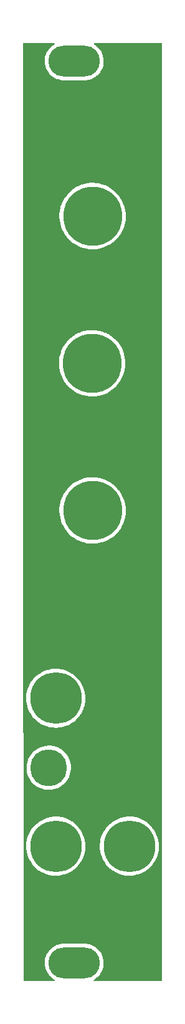
<source format=gbr>
%TF.GenerationSoftware,KiCad,Pcbnew,6.0.10+dfsg-1~bpo11+1*%
%TF.CreationDate,2023-02-01T15:05:12+08:00*%
%TF.ProjectId,MiniVerb - Front,4d696e69-5665-4726-9220-2d2046726f6e,rev?*%
%TF.SameCoordinates,Original*%
%TF.FileFunction,Copper,L2,Bot*%
%TF.FilePolarity,Positive*%
%FSLAX46Y46*%
G04 Gerber Fmt 4.6, Leading zero omitted, Abs format (unit mm)*
G04 Created by KiCad (PCBNEW 6.0.10+dfsg-1~bpo11+1) date 2023-02-01 15:05:12*
%MOMM*%
%LPD*%
G01*
G04 APERTURE LIST*
%TA.AperFunction,ComponentPad*%
%ADD10O,7.000000X4.200000*%
%TD*%
%TA.AperFunction,ComponentPad*%
%ADD11C,7.000000*%
%TD*%
%TA.AperFunction,ComponentPad*%
%ADD12C,8.000000*%
%TD*%
%TA.AperFunction,ViaPad*%
%ADD13C,5.000000*%
%TD*%
G04 APERTURE END LIST*
D10*
%TO.P,REF\u002A\u002A,*%
%TO.N,*%
X104550000Y-175500000D03*
X104550000Y-53000000D03*
%TD*%
D11*
%TO.P,REF\u002A\u002A,*%
%TO.N,*%
X102050000Y-139550000D03*
%TD*%
D12*
%TO.P,REF\u002A\u002A,*%
%TO.N,*%
X107050000Y-74050000D03*
%TD*%
%TO.P,REF\u002A\u002A,*%
%TO.N,*%
X107050000Y-114050000D03*
%TD*%
D11*
%TO.P,REF\u002A\u002A,*%
%TO.N,*%
X112050000Y-159650000D03*
%TD*%
%TO.P,REF\u002A\u002A,*%
%TO.N,*%
X102050000Y-159650000D03*
%TD*%
D12*
%TO.P,REF\u002A\u002A,*%
%TO.N,*%
X107000000Y-94050000D03*
%TD*%
D13*
%TO.N,*%
X101100000Y-149000000D03*
%TD*%
%TA.AperFunction,NonConductor*%
G36*
X101828281Y-50538502D02*
G01*
X101874774Y-50592158D01*
X101884878Y-50662432D01*
X101855384Y-50727012D01*
X101825995Y-50751933D01*
X101734224Y-50808171D01*
X101650983Y-50859181D01*
X101647979Y-50861571D01*
X101647974Y-50861574D01*
X101479370Y-50995688D01*
X101401256Y-51057823D01*
X101177599Y-51285418D01*
X101175254Y-51288474D01*
X101038195Y-51467093D01*
X100983346Y-51538573D01*
X100821393Y-51813515D01*
X100694154Y-52106145D01*
X100603526Y-52412100D01*
X100550860Y-52726819D01*
X100536941Y-53045611D01*
X100561977Y-53363723D01*
X100625594Y-53676412D01*
X100726845Y-53979018D01*
X100864219Y-54267029D01*
X101035669Y-54536151D01*
X101038112Y-54539114D01*
X101038113Y-54539116D01*
X101185016Y-54717323D01*
X101238639Y-54782373D01*
X101470102Y-55002024D01*
X101726609Y-55191829D01*
X101729942Y-55193715D01*
X101729947Y-55193718D01*
X101889104Y-55283765D01*
X102004336Y-55348960D01*
X102007879Y-55350427D01*
X102007884Y-55350430D01*
X102185032Y-55423806D01*
X102299142Y-55471072D01*
X102401532Y-55499467D01*
X102602916Y-55555317D01*
X102602924Y-55555319D01*
X102606632Y-55556347D01*
X102922222Y-55603512D01*
X102925520Y-55603656D01*
X103035090Y-55608440D01*
X103035094Y-55608440D01*
X103036466Y-55608500D01*
X106031047Y-55608500D01*
X106268500Y-55593977D01*
X106272283Y-55593276D01*
X106272290Y-55593275D01*
X106425376Y-55564902D01*
X106582252Y-55535826D01*
X106792300Y-55469598D01*
X106882907Y-55441030D01*
X106882910Y-55441029D01*
X106886579Y-55439872D01*
X106890076Y-55438278D01*
X106890082Y-55438276D01*
X107173436Y-55309145D01*
X107173440Y-55309143D01*
X107176944Y-55307546D01*
X107362694Y-55193718D01*
X107445739Y-55142828D01*
X107445742Y-55142826D01*
X107449017Y-55140819D01*
X107452021Y-55138429D01*
X107452026Y-55138426D01*
X107695733Y-54944572D01*
X107698744Y-54942177D01*
X107922401Y-54714582D01*
X108059316Y-54536151D01*
X108114304Y-54464490D01*
X108114306Y-54464486D01*
X108116654Y-54461427D01*
X108278607Y-54186485D01*
X108405846Y-53893855D01*
X108496474Y-53587900D01*
X108549140Y-53273181D01*
X108563059Y-52954389D01*
X108538023Y-52636277D01*
X108474406Y-52323588D01*
X108373155Y-52020982D01*
X108235781Y-51732971D01*
X108064331Y-51463849D01*
X107917244Y-51285418D01*
X107863804Y-51220590D01*
X107863800Y-51220585D01*
X107861361Y-51217627D01*
X107629898Y-50997976D01*
X107373391Y-50808171D01*
X107370058Y-50806285D01*
X107370053Y-50806282D01*
X107277936Y-50754165D01*
X107228497Y-50703212D01*
X107214453Y-50633618D01*
X107240263Y-50567479D01*
X107297734Y-50525794D01*
X107339982Y-50518500D01*
X116374000Y-50518500D01*
X116442121Y-50538502D01*
X116488614Y-50592158D01*
X116500000Y-50644500D01*
X116500000Y-177874000D01*
X116479998Y-177942121D01*
X116426342Y-177988614D01*
X116374000Y-178000000D01*
X107309650Y-178000000D01*
X107241529Y-177979998D01*
X107195036Y-177926342D01*
X107184932Y-177856068D01*
X107214426Y-177791488D01*
X107243815Y-177766567D01*
X107247458Y-177764335D01*
X107362694Y-177693718D01*
X107445739Y-177642828D01*
X107445742Y-177642826D01*
X107449017Y-177640819D01*
X107452021Y-177638429D01*
X107452026Y-177638426D01*
X107695733Y-177444572D01*
X107698744Y-177442177D01*
X107922401Y-177214582D01*
X108059316Y-177036151D01*
X108114304Y-176964490D01*
X108114306Y-176964486D01*
X108116654Y-176961427D01*
X108278607Y-176686485D01*
X108405846Y-176393855D01*
X108496474Y-176087900D01*
X108549140Y-175773181D01*
X108563059Y-175454389D01*
X108538023Y-175136277D01*
X108474406Y-174823588D01*
X108373155Y-174520982D01*
X108235781Y-174232971D01*
X108064331Y-173963849D01*
X107917244Y-173785418D01*
X107863804Y-173720590D01*
X107863800Y-173720585D01*
X107861361Y-173717627D01*
X107629898Y-173497976D01*
X107373391Y-173308171D01*
X107370058Y-173306285D01*
X107370053Y-173306282D01*
X107172417Y-173194465D01*
X107095664Y-173151040D01*
X107092121Y-173149573D01*
X107092116Y-173149570D01*
X106873386Y-173058970D01*
X106800858Y-173028928D01*
X106698468Y-173000533D01*
X106497084Y-172944683D01*
X106497076Y-172944681D01*
X106493368Y-172943653D01*
X106177778Y-172896488D01*
X106174480Y-172896344D01*
X106064910Y-172891560D01*
X106064906Y-172891560D01*
X106063534Y-172891500D01*
X103068953Y-172891500D01*
X102831500Y-172906023D01*
X102827717Y-172906724D01*
X102827710Y-172906725D01*
X102674624Y-172935098D01*
X102517748Y-172964174D01*
X102336491Y-173021324D01*
X102217093Y-173058970D01*
X102217090Y-173058971D01*
X102213421Y-173060128D01*
X102209924Y-173061722D01*
X102209918Y-173061724D01*
X101926564Y-173190855D01*
X101926560Y-173190857D01*
X101923056Y-173192454D01*
X101919777Y-173194464D01*
X101919774Y-173194465D01*
X101734224Y-173308171D01*
X101650983Y-173359181D01*
X101647979Y-173361571D01*
X101647974Y-173361574D01*
X101479370Y-173495688D01*
X101401256Y-173557823D01*
X101177599Y-173785418D01*
X101175254Y-173788474D01*
X101038195Y-173967093D01*
X100983346Y-174038573D01*
X100821393Y-174313515D01*
X100694154Y-174606145D01*
X100603526Y-174912100D01*
X100550860Y-175226819D01*
X100536941Y-175545611D01*
X100561977Y-175863723D01*
X100625594Y-176176412D01*
X100726845Y-176479018D01*
X100864219Y-176767029D01*
X101035669Y-177036151D01*
X101038112Y-177039114D01*
X101038113Y-177039116D01*
X101185016Y-177217323D01*
X101238639Y-177282373D01*
X101470102Y-177502024D01*
X101726609Y-177691829D01*
X101729942Y-177693715D01*
X101729947Y-177693718D01*
X101854762Y-177764335D01*
X101904201Y-177815289D01*
X101918245Y-177884882D01*
X101892434Y-177951021D01*
X101834964Y-177992706D01*
X101792716Y-178000000D01*
X97794006Y-178000000D01*
X97725885Y-177979998D01*
X97679392Y-177926342D01*
X97668006Y-177874098D01*
X97653780Y-159593965D01*
X98037057Y-159593965D01*
X98050741Y-159985827D01*
X98102599Y-160374484D01*
X98192136Y-160756225D01*
X98318496Y-161127407D01*
X98480475Y-161484487D01*
X98676525Y-161824056D01*
X98678314Y-161826554D01*
X98678316Y-161826558D01*
X98778047Y-161965860D01*
X98904776Y-162142874D01*
X99163049Y-162437896D01*
X99448878Y-162706308D01*
X99759536Y-162945546D01*
X99762139Y-162947173D01*
X99762144Y-162947176D01*
X99881576Y-163021805D01*
X100092056Y-163153328D01*
X100443266Y-163327670D01*
X100809812Y-163466907D01*
X101188195Y-163569712D01*
X101486419Y-163620153D01*
X101571783Y-163634591D01*
X101571786Y-163634591D01*
X101574805Y-163635102D01*
X101729444Y-163645916D01*
X101962885Y-163662240D01*
X101962893Y-163662240D01*
X101965951Y-163662454D01*
X102218037Y-163655413D01*
X102354825Y-163651592D01*
X102354828Y-163651592D01*
X102357899Y-163651506D01*
X102360952Y-163651120D01*
X102360956Y-163651120D01*
X102502576Y-163633229D01*
X102746908Y-163602362D01*
X102749912Y-163601680D01*
X102749915Y-163601679D01*
X103126269Y-163516174D01*
X103126275Y-163516172D01*
X103129265Y-163515493D01*
X103132184Y-163514522D01*
X103498396Y-163392700D01*
X103498402Y-163392698D01*
X103501320Y-163391727D01*
X103642735Y-163328765D01*
X103856722Y-163233492D01*
X103856728Y-163233489D01*
X103859522Y-163232245D01*
X103862191Y-163230729D01*
X104197784Y-163040086D01*
X104197790Y-163040083D01*
X104200452Y-163038570D01*
X104520855Y-162812550D01*
X104817674Y-162556344D01*
X105088074Y-162272395D01*
X105329475Y-161963415D01*
X105539574Y-161632354D01*
X105716363Y-161282370D01*
X105776469Y-161127407D01*
X105857041Y-160919681D01*
X105857044Y-160919672D01*
X105858156Y-160916805D01*
X105963600Y-160539148D01*
X106031688Y-160153004D01*
X106061769Y-159762059D01*
X106063334Y-159650000D01*
X106060594Y-159593965D01*
X108037057Y-159593965D01*
X108050741Y-159985827D01*
X108102599Y-160374484D01*
X108192136Y-160756225D01*
X108318496Y-161127407D01*
X108480475Y-161484487D01*
X108676525Y-161824056D01*
X108678314Y-161826554D01*
X108678316Y-161826558D01*
X108778047Y-161965860D01*
X108904776Y-162142874D01*
X109163049Y-162437896D01*
X109448878Y-162706308D01*
X109759536Y-162945546D01*
X109762139Y-162947173D01*
X109762144Y-162947176D01*
X109881576Y-163021805D01*
X110092056Y-163153328D01*
X110443266Y-163327670D01*
X110809812Y-163466907D01*
X111188195Y-163569712D01*
X111486419Y-163620153D01*
X111571783Y-163634591D01*
X111571786Y-163634591D01*
X111574805Y-163635102D01*
X111729444Y-163645916D01*
X111962885Y-163662240D01*
X111962893Y-163662240D01*
X111965951Y-163662454D01*
X112218037Y-163655413D01*
X112354825Y-163651592D01*
X112354828Y-163651592D01*
X112357899Y-163651506D01*
X112360952Y-163651120D01*
X112360956Y-163651120D01*
X112502576Y-163633229D01*
X112746908Y-163602362D01*
X112749912Y-163601680D01*
X112749915Y-163601679D01*
X113126269Y-163516174D01*
X113126275Y-163516172D01*
X113129265Y-163515493D01*
X113132184Y-163514522D01*
X113498396Y-163392700D01*
X113498402Y-163392698D01*
X113501320Y-163391727D01*
X113642735Y-163328765D01*
X113856722Y-163233492D01*
X113856728Y-163233489D01*
X113859522Y-163232245D01*
X113862191Y-163230729D01*
X114197784Y-163040086D01*
X114197790Y-163040083D01*
X114200452Y-163038570D01*
X114520855Y-162812550D01*
X114817674Y-162556344D01*
X115088074Y-162272395D01*
X115329475Y-161963415D01*
X115539574Y-161632354D01*
X115716363Y-161282370D01*
X115776469Y-161127407D01*
X115857041Y-160919681D01*
X115857044Y-160919672D01*
X115858156Y-160916805D01*
X115963600Y-160539148D01*
X116031688Y-160153004D01*
X116061769Y-159762059D01*
X116063334Y-159650000D01*
X116060594Y-159593965D01*
X116044330Y-159261440D01*
X116044180Y-159258367D01*
X115986901Y-158870473D01*
X115892043Y-158490019D01*
X115760512Y-158120637D01*
X115593564Y-157765854D01*
X115591997Y-157763225D01*
X115591992Y-157763216D01*
X115394361Y-157431689D01*
X115392791Y-157429055D01*
X115390977Y-157426595D01*
X115390972Y-157426587D01*
X115161933Y-157115926D01*
X115161931Y-157115923D01*
X115160111Y-157113455D01*
X114897744Y-156822068D01*
X114608195Y-156557673D01*
X114294228Y-156322795D01*
X114246015Y-156293596D01*
X113961467Y-156121267D01*
X113961458Y-156121262D01*
X113958839Y-156119676D01*
X113605229Y-155950255D01*
X113602339Y-155949203D01*
X113602334Y-155949201D01*
X113239674Y-155817204D01*
X113239671Y-155817203D01*
X113236775Y-155816149D01*
X112960563Y-155745229D01*
X112859977Y-155719403D01*
X112859974Y-155719402D01*
X112856993Y-155718637D01*
X112469508Y-155658651D01*
X112078018Y-155636764D01*
X112074939Y-155636893D01*
X112074936Y-155636893D01*
X111819188Y-155647612D01*
X111686261Y-155653183D01*
X111683217Y-155653611D01*
X111683215Y-155653611D01*
X111472778Y-155683186D01*
X111297976Y-155707753D01*
X110916869Y-155799953D01*
X110546579Y-155928902D01*
X110190638Y-156093369D01*
X109852446Y-156291785D01*
X109692444Y-156408033D01*
X109537711Y-156520453D01*
X109537705Y-156520458D01*
X109535230Y-156522256D01*
X109532944Y-156524285D01*
X109532941Y-156524288D01*
X109453123Y-156595154D01*
X109242017Y-156782583D01*
X109239938Y-156784828D01*
X109239931Y-156784835D01*
X108977694Y-157068026D01*
X108975608Y-157070279D01*
X108738544Y-157382599D01*
X108533089Y-157716562D01*
X108361203Y-158068980D01*
X108224527Y-158436489D01*
X108124367Y-158815581D01*
X108061677Y-159202638D01*
X108061483Y-159205718D01*
X108061483Y-159205720D01*
X108057978Y-159261440D01*
X108037057Y-159593965D01*
X106060594Y-159593965D01*
X106044330Y-159261440D01*
X106044180Y-159258367D01*
X105986901Y-158870473D01*
X105892043Y-158490019D01*
X105760512Y-158120637D01*
X105593564Y-157765854D01*
X105591997Y-157763225D01*
X105591992Y-157763216D01*
X105394361Y-157431689D01*
X105392791Y-157429055D01*
X105390977Y-157426595D01*
X105390972Y-157426587D01*
X105161933Y-157115926D01*
X105161931Y-157115923D01*
X105160111Y-157113455D01*
X104897744Y-156822068D01*
X104608195Y-156557673D01*
X104294228Y-156322795D01*
X104246015Y-156293596D01*
X103961467Y-156121267D01*
X103961458Y-156121262D01*
X103958839Y-156119676D01*
X103605229Y-155950255D01*
X103602339Y-155949203D01*
X103602334Y-155949201D01*
X103239674Y-155817204D01*
X103239671Y-155817203D01*
X103236775Y-155816149D01*
X102960563Y-155745229D01*
X102859977Y-155719403D01*
X102859974Y-155719402D01*
X102856993Y-155718637D01*
X102469508Y-155658651D01*
X102078018Y-155636764D01*
X102074939Y-155636893D01*
X102074936Y-155636893D01*
X101819188Y-155647612D01*
X101686261Y-155653183D01*
X101683217Y-155653611D01*
X101683215Y-155653611D01*
X101472778Y-155683186D01*
X101297976Y-155707753D01*
X100916869Y-155799953D01*
X100546579Y-155928902D01*
X100190638Y-156093369D01*
X99852446Y-156291785D01*
X99692444Y-156408033D01*
X99537711Y-156520453D01*
X99537705Y-156520458D01*
X99535230Y-156522256D01*
X99532944Y-156524285D01*
X99532941Y-156524288D01*
X99453123Y-156595154D01*
X99242017Y-156782583D01*
X99239938Y-156784828D01*
X99239931Y-156784835D01*
X98977694Y-157068026D01*
X98975608Y-157070279D01*
X98738544Y-157382599D01*
X98533089Y-157716562D01*
X98361203Y-158068980D01*
X98224527Y-158436489D01*
X98124367Y-158815581D01*
X98061677Y-159202638D01*
X98061483Y-159205718D01*
X98061483Y-159205720D01*
X98057978Y-159261440D01*
X98037057Y-159593965D01*
X97653780Y-159593965D01*
X97645462Y-148905341D01*
X98087888Y-148905341D01*
X98087983Y-148908971D01*
X98087983Y-148908972D01*
X98090367Y-149000000D01*
X98096970Y-149252171D01*
X98145856Y-149595660D01*
X98233897Y-149931253D01*
X98359927Y-150254503D01*
X98361624Y-150257708D01*
X98495113Y-150509825D01*
X98522275Y-150561126D01*
X98524325Y-150564109D01*
X98524327Y-150564112D01*
X98716733Y-150844064D01*
X98716739Y-150844071D01*
X98718790Y-150847056D01*
X98946866Y-151108505D01*
X98949551Y-151110948D01*
X99159268Y-151301775D01*
X99203481Y-151342006D01*
X99485233Y-151544466D01*
X99788388Y-151713200D01*
X100108928Y-151845972D01*
X100112422Y-151846967D01*
X100112424Y-151846968D01*
X100439103Y-151940025D01*
X100439108Y-151940026D01*
X100442604Y-151941022D01*
X100639304Y-151973233D01*
X100781412Y-151996504D01*
X100781419Y-151996505D01*
X100784993Y-151997090D01*
X100958275Y-152005262D01*
X101127931Y-152013263D01*
X101127932Y-152013263D01*
X101131558Y-152013434D01*
X101140415Y-152012830D01*
X101474073Y-151990084D01*
X101474081Y-151990083D01*
X101477704Y-151989836D01*
X101481279Y-151989173D01*
X101481282Y-151989173D01*
X101815279Y-151927270D01*
X101815283Y-151927269D01*
X101818844Y-151926609D01*
X102150456Y-151824592D01*
X102468145Y-151685136D01*
X102712511Y-151542341D01*
X102764560Y-151511926D01*
X102764562Y-151511925D01*
X102767700Y-151510091D01*
X102770609Y-151507907D01*
X103042244Y-151303958D01*
X103042248Y-151303955D01*
X103045151Y-151301775D01*
X103296819Y-151062950D01*
X103519370Y-150796783D01*
X103709853Y-150506799D01*
X103838446Y-150251121D01*
X103864117Y-150200080D01*
X103864120Y-150200072D01*
X103865744Y-150196844D01*
X103984977Y-149871026D01*
X103985822Y-149867504D01*
X103985825Y-149867496D01*
X104065124Y-149537191D01*
X104065125Y-149537187D01*
X104065971Y-149533662D01*
X104100035Y-149252171D01*
X104107316Y-149192004D01*
X104107316Y-149191997D01*
X104107652Y-149189225D01*
X104113599Y-149000000D01*
X104113438Y-148997204D01*
X104093836Y-148657246D01*
X104093835Y-148657241D01*
X104093627Y-148653626D01*
X104033976Y-148311842D01*
X103935437Y-147979180D01*
X103799316Y-147660048D01*
X103749569Y-147572831D01*
X103629208Y-147361816D01*
X103627417Y-147358676D01*
X103422018Y-147079060D01*
X103185842Y-146824904D01*
X102922019Y-146599578D01*
X102634047Y-146406069D01*
X102325741Y-146246940D01*
X102001189Y-146124302D01*
X101997668Y-146123418D01*
X101997663Y-146123416D01*
X101836378Y-146082904D01*
X101664692Y-146039780D01*
X101642476Y-146036855D01*
X101324315Y-145994968D01*
X101324307Y-145994967D01*
X101320711Y-145994494D01*
X101176045Y-145992221D01*
X100977446Y-145989101D01*
X100977442Y-145989101D01*
X100973804Y-145989044D01*
X100970190Y-145989405D01*
X100970184Y-145989405D01*
X100726843Y-146013694D01*
X100628569Y-146023503D01*
X100289583Y-146097414D01*
X100286156Y-146098587D01*
X100286150Y-146098589D01*
X100207296Y-146125587D01*
X99961339Y-146209797D01*
X99648188Y-146359163D01*
X99354279Y-146543532D01*
X99351443Y-146545804D01*
X99351436Y-146545809D01*
X99107384Y-146741332D01*
X99083509Y-146760459D01*
X98839466Y-147007071D01*
X98837225Y-147009929D01*
X98780732Y-147081978D01*
X98625386Y-147280098D01*
X98623493Y-147283187D01*
X98623491Y-147283190D01*
X98577233Y-147358676D01*
X98444105Y-147575921D01*
X98442580Y-147579206D01*
X98442578Y-147579210D01*
X98403505Y-147663386D01*
X98298027Y-147890620D01*
X98189087Y-148220023D01*
X98118730Y-148559764D01*
X98087888Y-148905341D01*
X97645462Y-148905341D01*
X97638138Y-139493965D01*
X98037057Y-139493965D01*
X98050741Y-139885827D01*
X98102599Y-140274484D01*
X98192136Y-140656225D01*
X98318496Y-141027407D01*
X98480475Y-141384487D01*
X98676525Y-141724056D01*
X98678314Y-141726554D01*
X98678316Y-141726558D01*
X98778047Y-141865860D01*
X98904776Y-142042874D01*
X99163049Y-142337896D01*
X99448878Y-142606308D01*
X99759536Y-142845546D01*
X99762139Y-142847173D01*
X99762144Y-142847176D01*
X99881576Y-142921805D01*
X100092056Y-143053328D01*
X100443266Y-143227670D01*
X100809812Y-143366907D01*
X101188195Y-143469712D01*
X101486419Y-143520153D01*
X101571783Y-143534591D01*
X101571786Y-143534591D01*
X101574805Y-143535102D01*
X101729444Y-143545916D01*
X101962885Y-143562240D01*
X101962893Y-143562240D01*
X101965951Y-143562454D01*
X102218037Y-143555413D01*
X102354825Y-143551592D01*
X102354828Y-143551592D01*
X102357899Y-143551506D01*
X102360952Y-143551120D01*
X102360956Y-143551120D01*
X102502576Y-143533229D01*
X102746908Y-143502362D01*
X102749912Y-143501680D01*
X102749915Y-143501679D01*
X103126269Y-143416174D01*
X103126275Y-143416172D01*
X103129265Y-143415493D01*
X103132184Y-143414522D01*
X103498396Y-143292700D01*
X103498402Y-143292698D01*
X103501320Y-143291727D01*
X103642735Y-143228765D01*
X103856722Y-143133492D01*
X103856728Y-143133489D01*
X103859522Y-143132245D01*
X103862191Y-143130729D01*
X104197784Y-142940086D01*
X104197790Y-142940083D01*
X104200452Y-142938570D01*
X104520855Y-142712550D01*
X104817674Y-142456344D01*
X105088074Y-142172395D01*
X105329475Y-141863415D01*
X105539574Y-141532354D01*
X105716363Y-141182370D01*
X105776469Y-141027407D01*
X105857041Y-140819681D01*
X105857044Y-140819672D01*
X105858156Y-140816805D01*
X105963600Y-140439148D01*
X106031688Y-140053004D01*
X106061769Y-139662059D01*
X106063334Y-139550000D01*
X106060594Y-139493965D01*
X106044330Y-139161440D01*
X106044180Y-139158367D01*
X105986901Y-138770473D01*
X105892043Y-138390019D01*
X105760512Y-138020637D01*
X105593564Y-137665854D01*
X105591997Y-137663225D01*
X105591992Y-137663216D01*
X105394361Y-137331689D01*
X105392791Y-137329055D01*
X105390977Y-137326595D01*
X105390972Y-137326587D01*
X105161933Y-137015926D01*
X105161931Y-137015923D01*
X105160111Y-137013455D01*
X104897744Y-136722068D01*
X104608195Y-136457673D01*
X104294228Y-136222795D01*
X104246015Y-136193596D01*
X103961467Y-136021267D01*
X103961458Y-136021262D01*
X103958839Y-136019676D01*
X103605229Y-135850255D01*
X103602339Y-135849203D01*
X103602334Y-135849201D01*
X103239674Y-135717204D01*
X103239671Y-135717203D01*
X103236775Y-135716149D01*
X102960563Y-135645229D01*
X102859977Y-135619403D01*
X102859974Y-135619402D01*
X102856993Y-135618637D01*
X102469508Y-135558651D01*
X102078018Y-135536764D01*
X102074939Y-135536893D01*
X102074936Y-135536893D01*
X101819188Y-135547612D01*
X101686261Y-135553183D01*
X101683217Y-135553611D01*
X101683215Y-135553611D01*
X101472778Y-135583186D01*
X101297976Y-135607753D01*
X100916869Y-135699953D01*
X100546579Y-135828902D01*
X100190638Y-135993369D01*
X99852446Y-136191785D01*
X99692444Y-136308033D01*
X99537711Y-136420453D01*
X99537705Y-136420458D01*
X99535230Y-136422256D01*
X99532944Y-136424285D01*
X99532941Y-136424288D01*
X99453123Y-136495154D01*
X99242017Y-136682583D01*
X99239938Y-136684828D01*
X99239931Y-136684835D01*
X98977694Y-136968026D01*
X98975608Y-136970279D01*
X98738544Y-137282599D01*
X98533089Y-137616562D01*
X98361203Y-137968980D01*
X98224527Y-138336489D01*
X98124367Y-138715581D01*
X98061677Y-139102638D01*
X98061483Y-139105718D01*
X98061483Y-139105720D01*
X98057978Y-139161440D01*
X98037057Y-139493965D01*
X97638138Y-139493965D01*
X97618459Y-114207512D01*
X102539433Y-114207512D01*
X102539662Y-114210357D01*
X102539662Y-114210360D01*
X102567465Y-114555910D01*
X102572273Y-114615668D01*
X102641969Y-115019168D01*
X102747949Y-115414691D01*
X102889340Y-115798980D01*
X103064979Y-116168874D01*
X103182260Y-116367186D01*
X103243473Y-116470691D01*
X103273418Y-116521326D01*
X103512944Y-116853436D01*
X103781584Y-117162471D01*
X104077126Y-117445886D01*
X104079344Y-117447656D01*
X104079349Y-117447661D01*
X104237132Y-117573617D01*
X104397139Y-117701349D01*
X104399520Y-117702919D01*
X104689482Y-117894113D01*
X104738989Y-117926757D01*
X104741519Y-117928113D01*
X104741518Y-117928113D01*
X105048340Y-118092630D01*
X105099860Y-118120255D01*
X105476784Y-118280250D01*
X105479522Y-118281129D01*
X105863931Y-118404549D01*
X105863935Y-118404550D01*
X105866657Y-118405424D01*
X105869447Y-118406048D01*
X105869452Y-118406049D01*
X106263477Y-118494125D01*
X106263488Y-118494127D01*
X106266271Y-118494749D01*
X106672335Y-118547487D01*
X107081509Y-118563206D01*
X107084371Y-118563056D01*
X107084372Y-118563056D01*
X107487566Y-118541926D01*
X107487573Y-118541925D01*
X107490422Y-118541776D01*
X107493245Y-118541369D01*
X107493247Y-118541369D01*
X107892889Y-118483780D01*
X107892896Y-118483779D01*
X107895711Y-118483373D01*
X108294038Y-118388478D01*
X108296736Y-118387570D01*
X108296743Y-118387568D01*
X108679414Y-118258785D01*
X108679420Y-118258783D01*
X108682126Y-118257872D01*
X109056779Y-118092630D01*
X109414914Y-117894113D01*
X109753583Y-117663954D01*
X110069998Y-117404047D01*
X110072036Y-117402038D01*
X110072043Y-117402031D01*
X110317161Y-117160311D01*
X110361555Y-117116533D01*
X110367261Y-117109781D01*
X110624008Y-116805963D01*
X110624013Y-116805957D01*
X110625854Y-116803778D01*
X110860719Y-116468356D01*
X111064217Y-116113027D01*
X111206815Y-115801567D01*
X111233485Y-115743316D01*
X111233488Y-115743307D01*
X111234674Y-115740718D01*
X111370685Y-115354492D01*
X111471133Y-114957528D01*
X111535189Y-114553095D01*
X111562326Y-114144520D01*
X111563316Y-114050000D01*
X111544741Y-113640947D01*
X111489169Y-113235260D01*
X111397057Y-112836280D01*
X111391460Y-112819255D01*
X111270057Y-112450005D01*
X111270054Y-112449998D01*
X111269164Y-112447290D01*
X111106542Y-112071492D01*
X110910529Y-111711980D01*
X110830190Y-111591971D01*
X110684332Y-111374090D01*
X110684324Y-111374079D01*
X110682740Y-111371713D01*
X110425049Y-111053491D01*
X110246382Y-110869763D01*
X110141567Y-110761980D01*
X110141563Y-110761976D01*
X110139577Y-110759934D01*
X110137419Y-110758084D01*
X110137409Y-110758075D01*
X109830849Y-110495321D01*
X109830844Y-110495317D01*
X109828675Y-110493458D01*
X109826344Y-110491801D01*
X109826337Y-110491796D01*
X109620663Y-110345632D01*
X109494900Y-110256257D01*
X109268345Y-110124399D01*
X109143474Y-110051722D01*
X109143469Y-110051719D01*
X109141001Y-110050283D01*
X108906846Y-109941095D01*
X108772487Y-109878442D01*
X108772477Y-109878438D01*
X108769891Y-109877232D01*
X108767194Y-109876261D01*
X108387314Y-109739495D01*
X108387305Y-109739492D01*
X108384624Y-109738527D01*
X108122247Y-109670183D01*
X107991140Y-109636032D01*
X107991134Y-109636031D01*
X107988371Y-109635311D01*
X107584395Y-109568433D01*
X107581552Y-109568224D01*
X107581550Y-109568224D01*
X107178865Y-109538653D01*
X107176019Y-109538444D01*
X107006043Y-109541411D01*
X106769458Y-109545540D01*
X106769453Y-109545540D01*
X106766607Y-109545590D01*
X106763774Y-109545898D01*
X106763770Y-109545898D01*
X106434896Y-109581625D01*
X106359527Y-109589813D01*
X105958130Y-109670749D01*
X105955402Y-109671562D01*
X105955391Y-109671565D01*
X105642867Y-109764733D01*
X105565721Y-109787731D01*
X105563060Y-109788795D01*
X105563058Y-109788796D01*
X105338927Y-109878442D01*
X105185529Y-109939797D01*
X105182982Y-109941095D01*
X104823227Y-110124399D01*
X104823222Y-110124402D01*
X104820684Y-110125695D01*
X104474189Y-110343894D01*
X104148896Y-110592599D01*
X103847483Y-110869763D01*
X103572430Y-111173104D01*
X103326002Y-111500125D01*
X103110227Y-111848135D01*
X103108947Y-111850691D01*
X103108942Y-111850700D01*
X102999635Y-112068982D01*
X102926881Y-112214269D01*
X102925840Y-112216925D01*
X102925837Y-112216932D01*
X102835561Y-112447290D01*
X102777473Y-112595513D01*
X102776681Y-112598240D01*
X102776677Y-112598251D01*
X102706715Y-112839063D01*
X102663233Y-112988729D01*
X102585101Y-113390681D01*
X102543721Y-113798060D01*
X102539433Y-114207512D01*
X97618459Y-114207512D01*
X97606063Y-98279130D01*
X97602894Y-94207512D01*
X102489433Y-94207512D01*
X102489662Y-94210357D01*
X102489662Y-94210360D01*
X102517465Y-94555910D01*
X102522273Y-94615668D01*
X102591969Y-95019168D01*
X102697949Y-95414691D01*
X102839340Y-95798980D01*
X103014979Y-96168874D01*
X103132260Y-96367186D01*
X103193473Y-96470691D01*
X103223418Y-96521326D01*
X103462944Y-96853436D01*
X103731584Y-97162471D01*
X104027126Y-97445886D01*
X104029344Y-97447656D01*
X104029349Y-97447661D01*
X104187133Y-97573618D01*
X104347139Y-97701349D01*
X104349520Y-97702919D01*
X104639482Y-97894113D01*
X104688989Y-97926757D01*
X104691519Y-97928113D01*
X104691518Y-97928113D01*
X104998340Y-98092630D01*
X105049860Y-98120255D01*
X105426784Y-98280250D01*
X105429522Y-98281129D01*
X105813931Y-98404549D01*
X105813935Y-98404550D01*
X105816657Y-98405424D01*
X105819447Y-98406048D01*
X105819452Y-98406049D01*
X106213477Y-98494125D01*
X106213488Y-98494127D01*
X106216271Y-98494749D01*
X106622335Y-98547487D01*
X107031509Y-98563206D01*
X107034371Y-98563056D01*
X107034372Y-98563056D01*
X107437566Y-98541926D01*
X107437573Y-98541925D01*
X107440422Y-98541776D01*
X107443245Y-98541369D01*
X107443247Y-98541369D01*
X107842889Y-98483780D01*
X107842896Y-98483779D01*
X107845711Y-98483373D01*
X108244038Y-98388478D01*
X108246736Y-98387570D01*
X108246743Y-98387568D01*
X108629414Y-98258785D01*
X108629420Y-98258783D01*
X108632126Y-98257872D01*
X109006779Y-98092630D01*
X109364914Y-97894113D01*
X109703583Y-97663954D01*
X110019998Y-97404047D01*
X110022036Y-97402038D01*
X110022043Y-97402031D01*
X110267161Y-97160311D01*
X110311555Y-97116533D01*
X110317261Y-97109781D01*
X110574008Y-96805963D01*
X110574013Y-96805957D01*
X110575854Y-96803778D01*
X110810719Y-96468356D01*
X111014217Y-96113027D01*
X111156815Y-95801567D01*
X111183485Y-95743316D01*
X111183488Y-95743307D01*
X111184674Y-95740718D01*
X111320685Y-95354492D01*
X111421133Y-94957528D01*
X111485189Y-94553095D01*
X111512326Y-94144520D01*
X111513316Y-94050000D01*
X111494741Y-93640947D01*
X111439169Y-93235260D01*
X111347057Y-92836280D01*
X111341460Y-92819255D01*
X111220057Y-92450005D01*
X111220054Y-92449998D01*
X111219164Y-92447290D01*
X111056542Y-92071492D01*
X110860529Y-91711980D01*
X110780190Y-91591971D01*
X110634332Y-91374090D01*
X110634324Y-91374079D01*
X110632740Y-91371713D01*
X110375049Y-91053491D01*
X110196382Y-90869763D01*
X110091567Y-90761980D01*
X110091563Y-90761976D01*
X110089577Y-90759934D01*
X110087419Y-90758084D01*
X110087409Y-90758075D01*
X109780849Y-90495321D01*
X109780844Y-90495317D01*
X109778675Y-90493458D01*
X109776344Y-90491801D01*
X109776337Y-90491796D01*
X109570663Y-90345632D01*
X109444900Y-90256257D01*
X109218345Y-90124399D01*
X109093474Y-90051722D01*
X109093469Y-90051719D01*
X109091001Y-90050283D01*
X108856846Y-89941095D01*
X108722487Y-89878442D01*
X108722477Y-89878438D01*
X108719891Y-89877232D01*
X108717194Y-89876261D01*
X108337314Y-89739495D01*
X108337305Y-89739492D01*
X108334624Y-89738527D01*
X108072247Y-89670183D01*
X107941140Y-89636032D01*
X107941134Y-89636031D01*
X107938371Y-89635311D01*
X107534395Y-89568433D01*
X107531552Y-89568224D01*
X107531550Y-89568224D01*
X107128865Y-89538653D01*
X107126019Y-89538444D01*
X106956043Y-89541411D01*
X106719458Y-89545540D01*
X106719453Y-89545540D01*
X106716607Y-89545590D01*
X106713774Y-89545898D01*
X106713770Y-89545898D01*
X106384896Y-89581625D01*
X106309527Y-89589813D01*
X105908130Y-89670749D01*
X105905402Y-89671562D01*
X105905391Y-89671565D01*
X105592867Y-89764733D01*
X105515721Y-89787731D01*
X105513060Y-89788795D01*
X105513058Y-89788796D01*
X105288927Y-89878442D01*
X105135529Y-89939797D01*
X105132982Y-89941095D01*
X104773227Y-90124399D01*
X104773222Y-90124402D01*
X104770684Y-90125695D01*
X104424189Y-90343894D01*
X104098896Y-90592599D01*
X103797483Y-90869763D01*
X103522430Y-91173104D01*
X103276002Y-91500125D01*
X103060227Y-91848135D01*
X103058947Y-91850691D01*
X103058942Y-91850700D01*
X102949635Y-92068982D01*
X102876881Y-92214269D01*
X102875840Y-92216925D01*
X102875837Y-92216932D01*
X102785561Y-92447290D01*
X102727473Y-92595513D01*
X102726681Y-92598240D01*
X102726677Y-92598251D01*
X102656715Y-92839063D01*
X102613233Y-92988729D01*
X102535101Y-93390681D01*
X102493721Y-93798060D01*
X102489433Y-94207512D01*
X97602894Y-94207512D01*
X97587330Y-74207512D01*
X102539433Y-74207512D01*
X102539662Y-74210357D01*
X102539662Y-74210360D01*
X102567465Y-74555910D01*
X102572273Y-74615668D01*
X102641969Y-75019168D01*
X102747949Y-75414691D01*
X102889340Y-75798980D01*
X103064979Y-76168874D01*
X103182260Y-76367186D01*
X103243473Y-76470691D01*
X103273418Y-76521326D01*
X103512944Y-76853436D01*
X103781584Y-77162471D01*
X104077126Y-77445886D01*
X104079344Y-77447656D01*
X104079349Y-77447661D01*
X104237133Y-77573618D01*
X104397139Y-77701349D01*
X104399520Y-77702919D01*
X104689482Y-77894113D01*
X104738989Y-77926757D01*
X104741519Y-77928113D01*
X104741518Y-77928113D01*
X105048340Y-78092630D01*
X105099860Y-78120255D01*
X105476784Y-78280250D01*
X105479522Y-78281129D01*
X105863931Y-78404549D01*
X105863935Y-78404550D01*
X105866657Y-78405424D01*
X105869447Y-78406048D01*
X105869452Y-78406049D01*
X106263477Y-78494125D01*
X106263488Y-78494127D01*
X106266271Y-78494749D01*
X106672335Y-78547487D01*
X107081509Y-78563206D01*
X107084371Y-78563056D01*
X107084372Y-78563056D01*
X107487566Y-78541926D01*
X107487573Y-78541925D01*
X107490422Y-78541776D01*
X107493245Y-78541369D01*
X107493247Y-78541369D01*
X107892889Y-78483780D01*
X107892896Y-78483779D01*
X107895711Y-78483373D01*
X108294038Y-78388478D01*
X108296736Y-78387570D01*
X108296743Y-78387568D01*
X108679414Y-78258785D01*
X108679420Y-78258783D01*
X108682126Y-78257872D01*
X109056779Y-78092630D01*
X109414914Y-77894113D01*
X109753583Y-77663954D01*
X110069998Y-77404047D01*
X110072036Y-77402038D01*
X110072043Y-77402031D01*
X110317161Y-77160311D01*
X110361555Y-77116533D01*
X110367261Y-77109781D01*
X110624008Y-76805963D01*
X110624013Y-76805957D01*
X110625854Y-76803778D01*
X110860719Y-76468356D01*
X111064217Y-76113027D01*
X111206815Y-75801567D01*
X111233485Y-75743316D01*
X111233488Y-75743307D01*
X111234674Y-75740718D01*
X111370685Y-75354492D01*
X111471133Y-74957528D01*
X111535189Y-74553095D01*
X111562326Y-74144520D01*
X111563316Y-74050000D01*
X111544741Y-73640947D01*
X111489169Y-73235260D01*
X111397057Y-72836280D01*
X111391460Y-72819255D01*
X111270057Y-72450005D01*
X111270054Y-72449998D01*
X111269164Y-72447290D01*
X111106542Y-72071492D01*
X110910529Y-71711980D01*
X110830190Y-71591971D01*
X110684332Y-71374090D01*
X110684324Y-71374079D01*
X110682740Y-71371713D01*
X110425049Y-71053491D01*
X110246382Y-70869763D01*
X110141567Y-70761980D01*
X110141563Y-70761976D01*
X110139577Y-70759934D01*
X110137419Y-70758084D01*
X110137409Y-70758075D01*
X109830849Y-70495321D01*
X109830844Y-70495317D01*
X109828675Y-70493458D01*
X109826344Y-70491801D01*
X109826337Y-70491796D01*
X109620663Y-70345632D01*
X109494900Y-70256257D01*
X109268345Y-70124399D01*
X109143474Y-70051722D01*
X109143469Y-70051719D01*
X109141001Y-70050283D01*
X108906846Y-69941095D01*
X108772487Y-69878442D01*
X108772477Y-69878438D01*
X108769891Y-69877232D01*
X108767194Y-69876261D01*
X108387314Y-69739495D01*
X108387305Y-69739492D01*
X108384624Y-69738527D01*
X108122247Y-69670183D01*
X107991140Y-69636032D01*
X107991134Y-69636031D01*
X107988371Y-69635311D01*
X107584395Y-69568433D01*
X107581552Y-69568224D01*
X107581550Y-69568224D01*
X107178865Y-69538653D01*
X107176019Y-69538444D01*
X107006043Y-69541411D01*
X106769458Y-69545540D01*
X106769453Y-69545540D01*
X106766607Y-69545590D01*
X106763774Y-69545898D01*
X106763770Y-69545898D01*
X106434896Y-69581625D01*
X106359527Y-69589813D01*
X105958130Y-69670749D01*
X105955402Y-69671562D01*
X105955391Y-69671565D01*
X105642867Y-69764733D01*
X105565721Y-69787731D01*
X105563060Y-69788795D01*
X105563058Y-69788796D01*
X105338927Y-69878442D01*
X105185529Y-69939797D01*
X105182982Y-69941095D01*
X104823227Y-70124399D01*
X104823222Y-70124402D01*
X104820684Y-70125695D01*
X104474189Y-70343894D01*
X104148896Y-70592599D01*
X103847483Y-70869763D01*
X103572430Y-71173104D01*
X103326002Y-71500125D01*
X103110227Y-71848135D01*
X103108947Y-71850691D01*
X103108942Y-71850700D01*
X102999635Y-72068982D01*
X102926881Y-72214269D01*
X102925840Y-72216925D01*
X102925837Y-72216932D01*
X102835561Y-72447290D01*
X102777473Y-72595513D01*
X102776681Y-72598240D01*
X102776677Y-72598251D01*
X102706715Y-72839063D01*
X102663233Y-72988729D01*
X102585101Y-73390681D01*
X102543721Y-73798060D01*
X102539433Y-74207512D01*
X97587330Y-74207512D01*
X97568993Y-50644598D01*
X97588942Y-50576462D01*
X97642562Y-50529927D01*
X97694993Y-50518500D01*
X101760160Y-50518500D01*
X101828281Y-50538502D01*
G37*
%TD.AperFunction*%
M02*

</source>
